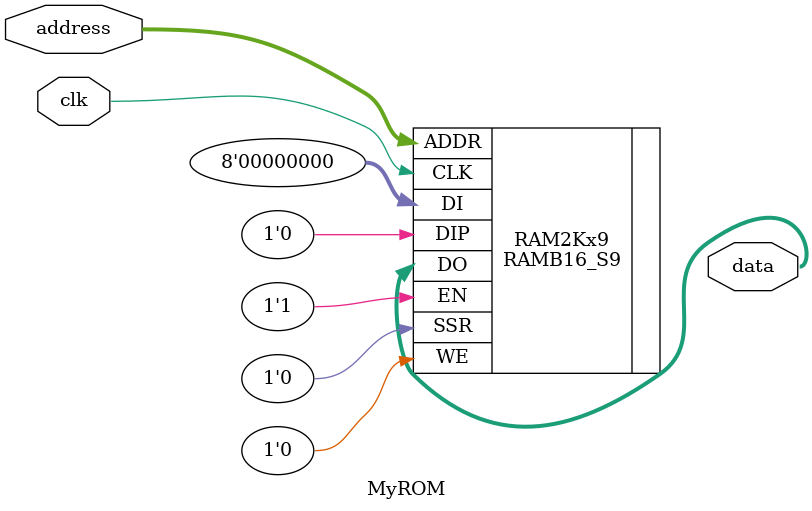
<source format=v>
`timescale 1ns / 1ps
module MyROM
(
	input 	[10:0]	address,
	input					clk,
	output	[7:0]		data
);

	RAMB16_S9 RAM2Kx9
	(
		.DI  (8'h00),
		.DIP  (1'b0),
		.EN (1'b1),
		.WE (1'b0),
		.SSR (1'b0),
		.CLK (clk),
		.ADDR (address),
		//.DOP (instruction[17:16]),
		.DO (data)

	);
	// Memory content initialization
	// WARNING: Data is being written from the end to the start point (backwards) (00 - 1f)
	defparam RAM2Kx9.INIT_00  = 256'h1F1E1D1C1B1A191817161514131211100F0E0D0C0B0A09080706050403020100;
endmodule

</source>
